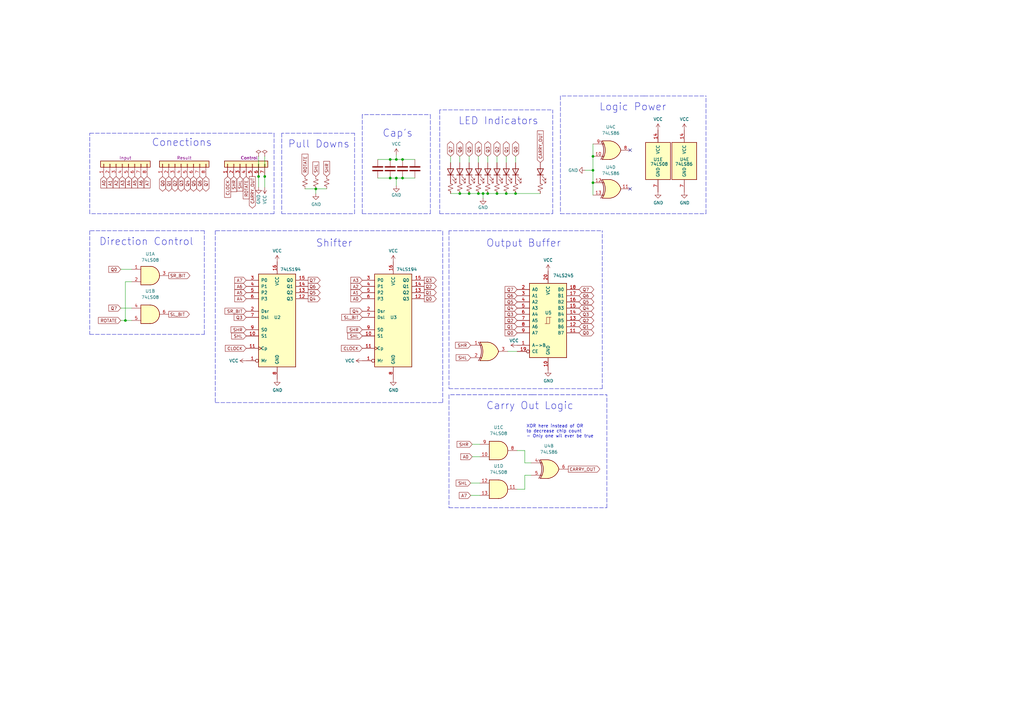
<source format=kicad_sch>
(kicad_sch (version 20211123) (generator eeschema)
  (paper "A3")
  (lib_symbols
    (symbol "74xx:74LS08" (pin_names (offset 1.016))
      (property "Reference" "U" (at 0 1.27 0))
      (property "Value" "74LS08" (at 0 -1.27 0))
      (symbol "74LS08_1_1"
        (arc (start 0 -3.81) (mid 3.81 0) (end 0 3.81) (stroke (width 0.254)) (fill (type background)))
        (polyline (pts (xy 0 3.81) (xy -3.81 3.81) (xy -3.81 -3.81) (xy 0 -3.81)) (stroke (width 0.254)) (fill (type background)))
        (pin input line (at -7.62 2.54 0) (length 3.81) (name "~") (number "1"))
        (pin input line (at -7.62 -2.54 0) (length 3.81) (name "~") (number "2"))
        (pin output line (at 7.62 0 180) (length 3.81) (name "~") (number "3"))
      )
      (symbol "74LS08_1_2"
        (arc (start -3.81 -3.81) (mid -2.589 0) (end -3.81 3.81) (stroke (width 0.254)))
        (arc (start -0.6096 -3.81) (mid 2.1855 -2.584) (end 3.81 0) (stroke (width 0.254)) (fill (type background)))
        (polyline (pts (xy -3.81 -3.81) (xy -0.635 -3.81)) (stroke (width 0.254)) (fill (type background)))
        (polyline (pts (xy -3.81 3.81) (xy -0.635 3.81)) (stroke (width 0.254)) (fill (type background)))
        (polyline (pts (xy -0.635 3.81) (xy -3.81 3.81) (xy -3.81 3.81) (xy -3.556 3.4036) (xy -3.0226 2.2606) (xy -2.6924 1.0414) (xy -2.6162 -0.254) (xy -2.7686 -1.4986) (xy -3.175 -2.7178) (xy -3.81 -3.81) (xy -3.81 -3.81) (xy -0.635 -3.81)) (stroke (width -25.4)) (fill (type background)))
        (arc (start 3.81 0) (mid 2.1928 2.5925) (end -0.6096 3.81) (stroke (width 0.254)) (fill (type background)))
        (pin input inverted (at -7.62 2.54 0) (length 4.318) (name "~") (number "1"))
        (pin input inverted (at -7.62 -2.54 0) (length 4.318) (name "~") (number "2"))
        (pin output inverted (at 7.62 0 180) (length 3.81) (name "~") (number "3"))
      )
      (symbol "74LS08_2_1"
        (arc (start 0 -3.81) (mid 3.81 0) (end 0 3.81) (stroke (width 0.254)) (fill (type background)))
        (polyline (pts (xy 0 3.81) (xy -3.81 3.81) (xy -3.81 -3.81) (xy 0 -3.81)) (stroke (width 0.254)) (fill (type background)))
        (pin input line (at -7.62 2.54 0) (length 3.81) (name "~") (number "4"))
        (pin input line (at -7.62 -2.54 0) (length 3.81) (name "~") (number "5"))
        (pin output line (at 7.62 0 180) (length 3.81) (name "~") (number "6"))
      )
      (symbol "74LS08_2_2"
        (arc (start -3.81 -3.81) (mid -2.589 0) (end -3.81 3.81) (stroke (width 0.254)))
        (arc (start -0.6096 -3.81) (mid 2.1855 -2.584) (end 3.81 0) (stroke (width 0.254)) (fill (type background)))
        (polyline (pts (xy -3.81 -3.81) (xy -0.635 -3.81)) (stroke (width 0.254)) (fill (type background)))
        (polyline (pts (xy -3.81 3.81) (xy -0.635 3.81)) (stroke (width 0.254)) (fill (type background)))
        (polyline (pts (xy -0.635 3.81) (xy -3.81 3.81) (xy -3.81 3.81) (xy -3.556 3.4036) (xy -3.0226 2.2606) (xy -2.6924 1.0414) (xy -2.6162 -0.254) (xy -2.7686 -1.4986) (xy -3.175 -2.7178) (xy -3.81 -3.81) (xy -3.81 -3.81) (xy -0.635 -3.81)) (stroke (width -25.4)) (fill (type background)))
        (arc (start 3.81 0) (mid 2.1928 2.5925) (end -0.6096 3.81) (stroke (width 0.254)) (fill (type background)))
        (pin input inverted (at -7.62 2.54 0) (length 4.318) (name "~") (number "4"))
        (pin input inverted (at -7.62 -2.54 0) (length 4.318) (name "~") (number "5"))
        (pin output inverted (at 7.62 0 180) (length 3.81) (name "~") (number "6"))
      )
      (symbol "74LS08_3_1"
        (arc (start 0 -3.81) (mid 3.81 0) (end 0 3.81) (stroke (width 0.254)) (fill (type background)))
        (polyline (pts (xy 0 3.81) (xy -3.81 3.81) (xy -3.81 -3.81) (xy 0 -3.81)) (stroke (width 0.254)) (fill (type background)))
        (pin input line (at -7.62 -2.54 0) (length 3.81) (name "~") (number "10"))
        (pin output line (at 7.62 0 180) (length 3.81) (name "~") (number "8"))
        (pin input line (at -7.62 2.54 0) (length 3.81) (name "~") (number "9"))
      )
      (symbol "74LS08_3_2"
        (arc (start -3.81 -3.81) (mid -2.589 0) (end -3.81 3.81) (stroke (width 0.254)))
        (arc (start -0.6096 -3.81) (mid 2.1855 -2.584) (end 3.81 0) (stroke (width 0.254)) (fill (type background)))
        (polyline (pts (xy -3.81 -3.81) (xy -0.635 -3.81)) (stroke (width 0.254)) (fill (type background)))
        (polyline (pts (xy -3.81 3.81) (xy -0.635 3.81)) (stroke (width 0.254)) (fill (type background)))
        (polyline (pts (xy -0.635 3.81) (xy -3.81 3.81) (xy -3.81 3.81) (xy -3.556 3.4036) (xy -3.0226 2.2606) (xy -2.6924 1.0414) (xy -2.6162 -0.254) (xy -2.7686 -1.4986) (xy -3.175 -2.7178) (xy -3.81 -3.81) (xy -3.81 -3.81) (xy -0.635 -3.81)) (stroke (width -25.4)) (fill (type background)))
        (arc (start 3.81 0) (mid 2.1928 2.5925) (end -0.6096 3.81) (stroke (width 0.254)) (fill (type background)))
        (pin input inverted (at -7.62 -2.54 0) (length 4.318) (name "~") (number "10"))
        (pin output inverted (at 7.62 0 180) (length 3.81) (name "~") (number "8"))
        (pin input inverted (at -7.62 2.54 0) (length 4.318) (name "~") (number "9"))
      )
      (symbol "74LS08_4_1"
        (arc (start 0 -3.81) (mid 3.81 0) (end 0 3.81) (stroke (width 0.254)) (fill (type background)))
        (polyline (pts (xy 0 3.81) (xy -3.81 3.81) (xy -3.81 -3.81) (xy 0 -3.81)) (stroke (width 0.254)) (fill (type background)))
        (pin output line (at 7.62 0 180) (length 3.81) (name "~") (number "11"))
        (pin input line (at -7.62 2.54 0) (length 3.81) (name "~") (number "12"))
        (pin input line (at -7.62 -2.54 0) (length 3.81) (name "~") (number "13"))
      )
      (symbol "74LS08_4_2"
        (arc (start -3.81 -3.81) (mid -2.589 0) (end -3.81 3.81) (stroke (width 0.254)))
        (arc (start -0.6096 -3.81) (mid 2.1855 -2.584) (end 3.81 0) (stroke (width 0.254)) (fill (type background)))
        (polyline (pts (xy -3.81 -3.81) (xy -0.635 -3.81)) (stroke (width 0.254)) (fill (type background)))
        (polyline (pts (xy -3.81 3.81) (xy -0.635 3.81)) (stroke (width 0.254)) (fill (type background)))
        (polyline (pts (xy -0.635 3.81) (xy -3.81 3.81) (xy -3.81 3.81) (xy -3.556 3.4036) (xy -3.0226 2.2606) (xy -2.6924 1.0414) (xy -2.6162 -0.254) (xy -2.7686 -1.4986) (xy -3.175 -2.7178) (xy -3.81 -3.81) (xy -3.81 -3.81) (xy -0.635 -3.81)) (stroke (width -25.4)) (fill (type background)))
        (arc (start 3.81 0) (mid 2.1928 2.5925) (end -0.6096 3.81) (stroke (width 0.254)) (fill (type background)))
        (pin output inverted (at 7.62 0 180) (length 3.81) (name "~") (number "11"))
        (pin input inverted (at -7.62 2.54 0) (length 4.318) (name "~") (number "12"))
        (pin input inverted (at -7.62 -2.54 0) (length 4.318) (name "~") (number "13"))
      )
      (symbol "74LS08_5_0"
        (pin power_in line (at 0 12.7 270) (length 5.08) (name "VCC") (number "14"))
        (pin power_in line (at 0 -12.7 90) (length 5.08) (name "GND") (number "7"))
      )
      (symbol "74LS08_5_1"
        (rectangle (start -5.08 7.62) (end 5.08 -7.62) (stroke (width 0.254)) (fill (type background)))
      )
    )
    (symbol "74xx:74LS194" (pin_names (offset 1.016))
      (property "Reference" "U" (at -7.62 19.05 0))
      (property "Value" "74LS194" (at -7.62 -21.59 0))
      (symbol "74LS194_1_0"
        (pin input inverted (at -12.7 -17.78 0) (length 5.08) (name "Mr") (number "1"))
        (pin input line (at -12.7 -7.62 0) (length 5.08) (name "S1") (number "10"))
        (pin input clock (at -12.7 -12.7 0) (length 5.08) (name "Cp") (number "11"))
        (pin output line (at 12.7 7.62 180) (length 5.08) (name "Q3") (number "12"))
        (pin output line (at 12.7 10.16 180) (length 5.08) (name "Q2") (number "13"))
        (pin output line (at 12.7 12.7 180) (length 5.08) (name "Q1") (number "14"))
        (pin output line (at 12.7 15.24 180) (length 5.08) (name "Q0") (number "15"))
        (pin power_in line (at 0 22.86 270) (length 5.08) (name "VCC") (number "16"))
        (pin input line (at -12.7 2.54 0) (length 5.08) (name "Dsr") (number "2"))
        (pin input line (at -12.7 15.24 0) (length 5.08) (name "P0") (number "3"))
        (pin input line (at -12.7 12.7 0) (length 5.08) (name "P1") (number "4"))
        (pin input line (at -12.7 10.16 0) (length 5.08) (name "P2") (number "5"))
        (pin input line (at -12.7 7.62 0) (length 5.08) (name "P3") (number "6"))
        (pin input line (at -12.7 0 0) (length 5.08) (name "Dsl") (number "7"))
        (pin power_in line (at 0 -25.4 90) (length 5.08) (name "GND") (number "8"))
        (pin input line (at -12.7 -5.08 0) (length 5.08) (name "S0") (number "9"))
      )
      (symbol "74LS194_1_1"
        (rectangle (start -7.62 17.78) (end 7.62 -20.32) (stroke (width 0.254)) (fill (type background)))
      )
    )
    (symbol "74xx:74LS245" (pin_names (offset 1.016))
      (property "Reference" "U" (at -7.62 16.51 0))
      (property "Value" "74LS245" (at -7.62 -16.51 0))
      (symbol "74LS245_1_0"
        (polyline (pts (xy -0.635 -1.27) (xy -0.635 1.27) (xy 0.635 1.27)))
        (polyline (pts (xy -1.27 -1.27) (xy 0.635 -1.27) (xy 0.635 1.27) (xy 1.27 1.27)))
        (pin input line (at -12.7 -10.16 0) (length 5.08) (name "A->B") (number "1"))
        (pin power_in line (at 0 -20.32 90) (length 5.08) (name "GND") (number "10"))
        (pin tri_state line (at 12.7 -5.08 180) (length 5.08) (name "B7") (number "11"))
        (pin tri_state line (at 12.7 -2.54 180) (length 5.08) (name "B6") (number "12"))
        (pin tri_state line (at 12.7 0 180) (length 5.08) (name "B5") (number "13"))
        (pin tri_state line (at 12.7 2.54 180) (length 5.08) (name "B4") (number "14"))
        (pin tri_state line (at 12.7 5.08 180) (length 5.08) (name "B3") (number "15"))
        (pin tri_state line (at 12.7 7.62 180) (length 5.08) (name "B2") (number "16"))
        (pin tri_state line (at 12.7 10.16 180) (length 5.08) (name "B1") (number "17"))
        (pin tri_state line (at 12.7 12.7 180) (length 5.08) (name "B0") (number "18"))
        (pin input inverted (at -12.7 -12.7 0) (length 5.08) (name "CE") (number "19"))
        (pin tri_state line (at -12.7 12.7 0) (length 5.08) (name "A0") (number "2"))
        (pin power_in line (at 0 20.32 270) (length 5.08) (name "VCC") (number "20"))
        (pin tri_state line (at -12.7 10.16 0) (length 5.08) (name "A1") (number "3"))
        (pin tri_state line (at -12.7 7.62 0) (length 5.08) (name "A2") (number "4"))
        (pin tri_state line (at -12.7 5.08 0) (length 5.08) (name "A3") (number "5"))
        (pin tri_state line (at -12.7 2.54 0) (length 5.08) (name "A4") (number "6"))
        (pin tri_state line (at -12.7 0 0) (length 5.08) (name "A5") (number "7"))
        (pin tri_state line (at -12.7 -2.54 0) (length 5.08) (name "A6") (number "8"))
        (pin tri_state line (at -12.7 -5.08 0) (length 5.08) (name "A7") (number "9"))
      )
      (symbol "74LS245_1_1"
        (rectangle (start -7.62 15.24) (end 7.62 -15.24) (stroke (width 0.254)) (fill (type background)))
      )
    )
    (symbol "74xx:74LS86" (pin_names (offset 1.016))
      (property "Reference" "U" (at 0 1.27 0))
      (property "Value" "74LS86" (at 0 -1.27 0))
      (symbol "74LS86_1_0"
        (arc (start -4.4196 -3.81) (mid -3.2033 0) (end -4.4196 3.81) (stroke (width 0.254)))
        (arc (start -3.81 -3.81) (mid -2.589 0) (end -3.81 3.81) (stroke (width 0.254)))
        (arc (start -0.6096 -3.81) (mid 2.1855 -2.584) (end 3.81 0) (stroke (width 0.254)) (fill (type background)))
        (polyline (pts (xy -3.81 -3.81) (xy -0.635 -3.81)) (stroke (width 0.254)) (fill (type background)))
        (polyline (pts (xy -3.81 3.81) (xy -0.635 3.81)) (stroke (width 0.254)) (fill (type background)))
        (polyline (pts (xy -0.635 3.81) (xy -3.81 3.81) (xy -3.81 3.81) (xy -3.556 3.4036) (xy -3.0226 2.2606) (xy -2.6924 1.0414) (xy -2.6162 -0.254) (xy -2.7686 -1.4986) (xy -3.175 -2.7178) (xy -3.81 -3.81) (xy -3.81 -3.81) (xy -0.635 -3.81)) (stroke (width -25.4)) (fill (type background)))
        (arc (start 3.81 0) (mid 2.1928 2.5925) (end -0.6096 3.81) (stroke (width 0.254)) (fill (type background)))
        (pin input line (at -7.62 2.54 0) (length 4.445) (name "~") (number "1"))
        (pin input line (at -7.62 -2.54 0) (length 4.445) (name "~") (number "2"))
        (pin output line (at 7.62 0 180) (length 3.81) (name "~") (number "3"))
      )
      (symbol "74LS86_1_1"
        (polyline (pts (xy -3.81 -2.54) (xy -3.175 -2.54)) (stroke (width 0.1524)))
        (polyline (pts (xy -3.81 2.54) (xy -3.175 2.54)) (stroke (width 0.1524)))
      )
      (symbol "74LS86_2_0"
        (arc (start -4.4196 -3.81) (mid -3.2033 0) (end -4.4196 3.81) (stroke (width 0.254)))
        (arc (start -3.81 -3.81) (mid -2.589 0) (end -3.81 3.81) (stroke (width 0.254)))
        (arc (start -0.6096 -3.81) (mid 2.1855 -2.584) (end 3.81 0) (stroke (width 0.254)) (fill (type background)))
        (polyline (pts (xy -3.81 -3.81) (xy -0.635 -3.81)) (stroke (width 0.254)) (fill (type background)))
        (polyline (pts (xy -3.81 3.81) (xy -0.635 3.81)) (stroke (width 0.254)) (fill (type background)))
        (polyline (pts (xy -0.635 3.81) (xy -3.81 3.81) (xy -3.81 3.81) (xy -3.556 3.4036) (xy -3.0226 2.2606) (xy -2.6924 1.0414) (xy -2.6162 -0.254) (xy -2.7686 -1.4986) (xy -3.175 -2.7178) (xy -3.81 -3.81) (xy -3.81 -3.81) (xy -0.635 -3.81)) (stroke (width -25.4)) (fill (type background)))
        (arc (start 3.81 0) (mid 2.1928 2.5925) (end -0.6096 3.81) (stroke (width 0.254)) (fill (type background)))
        (pin input line (at -7.62 2.54 0) (length 4.445) (name "~") (number "4"))
        (pin input line (at -7.62 -2.54 0) (length 4.445) (name "~") (number "5"))
        (pin output line (at 7.62 0 180) (length 3.81) (name "~") (number "6"))
      )
      (symbol "74LS86_2_1"
        (polyline (pts (xy -3.81 -2.54) (xy -3.175 -2.54)) (stroke (width 0.1524)))
        (polyline (pts (xy -3.81 2.54) (xy -3.175 2.54)) (stroke (width 0.1524)))
      )
      (symbol "74LS86_3_0"
        (arc (start -4.4196 -3.81) (mid -3.2033 0) (end -4.4196 3.81) (stroke (width 0.254)))
        (arc (start -3.81 -3.81) (mid -2.589 0) (end -3.81 3.81) (stroke (width 0.254)))
        (arc (start -0.6096 -3.81) (mid 2.1855 -2.584) (end 3.81 0) (stroke (width 0.254)) (fill (type background)))
        (polyline (pts (xy -3.81 -3.81) (xy -0.635 -3.81)) (stroke (width 0.254)) (fill (type background)))
        (polyline (pts (xy -3.81 3.81) (xy -0.635 3.81)) (stroke (width 0.254)) (fill (type background)))
        (polyline (pts (xy -0.635 3.81) (xy -3.81 3.81) (xy -3.81 3.81) (xy -3.556 3.4036) (xy -3.0226 2.2606) (xy -2.6924 1.0414) (xy -2.6162 -0.254) (xy -2.7686 -1.4986) (xy -3.175 -2.7178) (xy -3.81 -3.81) (xy -3.81 -3.81) (xy -0.635 -3.81)) (stroke (width -25.4)) (fill (type background)))
        (arc (start 3.81 0) (mid 2.1928 2.5925) (end -0.6096 3.81) (stroke (width 0.254)) (fill (type background)))
        (pin input line (at -7.62 -2.54 0) (length 4.445) (name "~") (number "10"))
        (pin output line (at 7.62 0 180) (length 3.81) (name "~") (number "8"))
        (pin input line (at -7.62 2.54 0) (length 4.445) (name "~") (number "9"))
      )
      (symbol "74LS86_3_1"
        (polyline (pts (xy -3.81 -2.54) (xy -3.175 -2.54)) (stroke (width 0.1524)))
        (polyline (pts (xy -3.81 2.54) (xy -3.175 2.54)) (stroke (width 0.1524)))
      )
      (symbol "74LS86_4_0"
        (arc (start -4.4196 -3.81) (mid -3.2033 0) (end -4.4196 3.81) (stroke (width 0.254)))
        (arc (start -3.81 -3.81) (mid -2.589 0) (end -3.81 3.81) (stroke (width 0.254)))
        (arc (start -0.6096 -3.81) (mid 2.1855 -2.584) (end 3.81 0) (stroke (width 0.254)) (fill (type background)))
        (polyline (pts (xy -3.81 -3.81) (xy -0.635 -3.81)) (stroke (width 0.254)) (fill (type background)))
        (polyline (pts (xy -3.81 3.81) (xy -0.635 3.81)) (stroke (width 0.254)) (fill (type background)))
        (polyline (pts (xy -0.635 3.81) (xy -3.81 3.81) (xy -3.81 3.81) (xy -3.556 3.4036) (xy -3.0226 2.2606) (xy -2.6924 1.0414) (xy -2.6162 -0.254) (xy -2.7686 -1.4986) (xy -3.175 -2.7178) (xy -3.81 -3.81) (xy -3.81 -3.81) (xy -0.635 -3.81)) (stroke (width -25.4)) (fill (type background)))
        (arc (start 3.81 0) (mid 2.1928 2.5925) (end -0.6096 3.81) (stroke (width 0.254)) (fill (type background)))
        (pin output line (at 7.62 0 180) (length 3.81) (name "~") (number "11"))
        (pin input line (at -7.62 2.54 0) (length 4.445) (name "~") (number "12"))
        (pin input line (at -7.62 -2.54 0) (length 4.445) (name "~") (number "13"))
      )
      (symbol "74LS86_4_1"
        (polyline (pts (xy -3.81 -2.54) (xy -3.175 -2.54)) (stroke (width 0.1524)))
        (polyline (pts (xy -3.81 2.54) (xy -3.175 2.54)) (stroke (width 0.1524)))
      )
      (symbol "74LS86_5_0"
        (pin power_in line (at 0 12.7 270) (length 5.08) (name "VCC") (number "14"))
        (pin power_in line (at 0 -12.7 90) (length 5.08) (name "GND") (number "7"))
      )
      (symbol "74LS86_5_1"
        (rectangle (start -5.08 7.62) (end 5.08 -7.62) (stroke (width 0.254)) (fill (type background)))
      )
    )
    (symbol "Connector_Generic:Conn_01x07" (pin_names (offset 1.016) hide)
      (property "Reference" "J" (at 0 10.16 0))
      (property "Value" "Conn_01x07" (at 0 -10.16 0))
      (symbol "Conn_01x07_1_1"
        (rectangle (start -1.27 -7.493) (end 0 -7.747) (stroke (width 0.1524)))
        (rectangle (start -1.27 -4.953) (end 0 -5.207) (stroke (width 0.1524)))
        (rectangle (start -1.27 -2.413) (end 0 -2.667) (stroke (width 0.1524)))
        (rectangle (start -1.27 0.127) (end 0 -0.127) (stroke (width 0.1524)))
        (rectangle (start -1.27 2.667) (end 0 2.413) (stroke (width 0.1524)))
        (rectangle (start -1.27 5.207) (end 0 4.953) (stroke (width 0.1524)))
        (rectangle (start -1.27 7.747) (end 0 7.493) (stroke (width 0.1524)))
        (rectangle (start -1.27 8.89) (end 1.27 -8.89) (stroke (width 0.254)) (fill (type background)))
        (pin passive line (at -5.08 7.62 0) (length 3.81) (name "Pin_1") (number "1"))
        (pin passive line (at -5.08 5.08 0) (length 3.81) (name "Pin_2") (number "2"))
        (pin passive line (at -5.08 2.54 0) (length 3.81) (name "Pin_3") (number "3"))
        (pin passive line (at -5.08 0 0) (length 3.81) (name "Pin_4") (number "4"))
        (pin passive line (at -5.08 -2.54 0) (length 3.81) (name "Pin_5") (number "5"))
        (pin passive line (at -5.08 -5.08 0) (length 3.81) (name "Pin_6") (number "6"))
        (pin passive line (at -5.08 -7.62 0) (length 3.81) (name "Pin_7") (number "7"))
      )
    )
    (symbol "Connector_Generic:Conn_01x08" (pin_names (offset 1.016) hide)
      (property "Reference" "J" (at 0 10.16 0))
      (property "Value" "Conn_01x08" (at 0 -12.7 0))
      (symbol "Conn_01x08_1_1"
        (rectangle (start -1.27 -10.033) (end 0 -10.287) (stroke (width 0.1524)))
        (rectangle (start -1.27 -7.493) (end 0 -7.747) (stroke (width 0.1524)))
        (rectangle (start -1.27 -4.953) (end 0 -5.207) (stroke (width 0.1524)))
        (rectangle (start -1.27 -2.413) (end 0 -2.667) (stroke (width 0.1524)))
        (rectangle (start -1.27 0.127) (end 0 -0.127) (stroke (width 0.1524)))
        (rectangle (start -1.27 2.667) (end 0 2.413) (stroke (width 0.1524)))
        (rectangle (start -1.27 5.207) (end 0 4.953) (stroke (width 0.1524)))
        (rectangle (start -1.27 7.747) (end 0 7.493) (stroke (width 0.1524)))
        (rectangle (start -1.27 8.89) (end 1.27 -11.43) (stroke (width 0.254)) (fill (type background)))
        (pin passive line (at -5.08 7.62 0) (length 3.81) (name "Pin_1") (number "1"))
        (pin passive line (at -5.08 5.08 0) (length 3.81) (name "Pin_2") (number "2"))
        (pin passive line (at -5.08 2.54 0) (length 3.81) (name "Pin_3") (number "3"))
        (pin passive line (at -5.08 0 0) (length 3.81) (name "Pin_4") (number "4"))
        (pin passive line (at -5.08 -2.54 0) (length 3.81) (name "Pin_5") (number "5"))
        (pin passive line (at -5.08 -5.08 0) (length 3.81) (name "Pin_6") (number "6"))
        (pin passive line (at -5.08 -7.62 0) (length 3.81) (name "Pin_7") (number "7"))
        (pin passive line (at -5.08 -10.16 0) (length 3.81) (name "Pin_8") (number "8"))
      )
    )
    (symbol "Device:C" (pin_numbers hide) (pin_names (offset 0.254))
      (property "Reference" "C" (at 0.635 2.54 0))
      (property "Value" "C" (at 0.635 -2.54 0))
      (symbol "C_0_1"
        (polyline (pts (xy -2.032 -0.762) (xy 2.032 -0.762)) (stroke (width 0.508)))
        (polyline (pts (xy -2.032 0.762) (xy 2.032 0.762)) (stroke (width 0.508)))
      )
      (symbol "C_1_1"
        (pin passive line (at 0 3.81 270) (length 2.794) (name "~") (number "1"))
        (pin passive line (at 0 -3.81 90) (length 2.794) (name "~") (number "2"))
      )
    )
    (symbol "Device:LED" (pin_numbers hide) (pin_names (offset 1.016) hide)
      (property "Reference" "D" (at 0 2.54 0))
      (property "Value" "LED" (at 0 -2.54 0))
      (symbol "LED_0_1"
        (polyline (pts (xy -1.27 -1.27) (xy -1.27 1.27)) (stroke (width 0.254)))
        (polyline (pts (xy -1.27 0) (xy 1.27 0)))
        (polyline (pts (xy 1.27 -1.27) (xy 1.27 1.27) (xy -1.27 0) (xy 1.27 -1.27)) (stroke (width 0.254)))
        (polyline (pts (xy -3.048 -0.762) (xy -4.572 -2.286) (xy -3.81 -2.286) (xy -4.572 -2.286) (xy -4.572 -1.524)))
        (polyline (pts (xy -1.778 -0.762) (xy -3.302 -2.286) (xy -2.54 -2.286) (xy -3.302 -2.286) (xy -3.302 -1.524)))
      )
      (symbol "LED_1_1"
        (pin passive line (at -3.81 0 0) (length 2.54) (name "K") (number "1"))
        (pin passive line (at 3.81 0 180) (length 2.54) (name "A") (number "2"))
      )
    )
    (symbol "Device:R_Small_US" (pin_numbers hide) (pin_names (offset 0.254) hide)
      (property "Reference" "R" (at 0.762 0.508 0))
      (property "Value" "R_Small_US" (at 0.762 -1.016 0))
      (symbol "R_Small_US_1_1"
        (polyline (pts (xy 0 0) (xy 1.016 -0.381) (xy 0 -0.762) (xy -1.016 -1.143) (xy 0 -1.524)))
        (polyline (pts (xy 0 1.524) (xy 1.016 1.143) (xy 0 0.762) (xy -1.016 0.381) (xy 0 0)))
        (pin passive line (at 0 2.54 270) (length 1.016) (name "~") (number "1"))
        (pin passive line (at 0 -2.54 90) (length 1.016) (name "~") (number "2"))
      )
    )
    (symbol "power:GND" (power) (pin_names (offset 0))
      (property "Value" "GND" (at 0 -3.81 0))
      (symbol "GND_0_1"
        (polyline (pts (xy 0 0) (xy 0 -1.27) (xy 1.27 -1.27) (xy 0 -2.54) (xy -1.27 -1.27) (xy 0 -1.27)))
      )
      (symbol "GND_1_1"
        (pin power_in line (at 0 0 270) (length 0) hide (name "GND") (number "1"))
      )
    )
    (symbol "power:PWR_FLAG" (power) (pin_numbers hide) (pin_names (offset 0) hide)
      (property "Value" "PWR_FLAG" (at 0 3.81 0))
      (symbol "PWR_FLAG_0_0"
        (pin power_out line (at 0 0 90) (length 0) (name "pwr") (number "1"))
      )
      (symbol "PWR_FLAG_0_1"
        (polyline (pts (xy 0 0) (xy 0 1.27) (xy -1.016 1.905) (xy 0 2.54) (xy 1.016 1.905) (xy 0 1.27)))
      )
    )
    (symbol "power:VCC" (power) (pin_names (offset 0))
      (property "Value" "VCC" (at 0 3.81 0))
      (symbol "VCC_0_1"
        (polyline (pts (xy -0.762 1.27) (xy 0 2.54)))
        (polyline (pts (xy 0 0) (xy 0 2.54)))
        (polyline (pts (xy 0 2.54) (xy 0.762 1.27)))
      )
      (symbol "VCC_1_1"
        (pin power_in line (at 0 0 90) (length 0) hide (name "VCC") (number "1"))
      )
    )
  )
  (junction (at 243.205 74.93))
  (junction (at 162.56 65.405))
  (junction (at 162.56 73.025))
  (junction (at 51.435 131.445))
  (junction (at 243.205 69.85))
  (junction (at 211.455 79.375))
  (junction (at 129.54 77.47))
  (junction (at 203.835 79.375))
  (junction (at 196.215 79.375))
  (junction (at 243.205 64.135))
  (junction (at 192.405 79.375))
  (junction (at 165.1 73.025))
  (junction (at 165.1 65.405))
  (junction (at 200.025 79.375))
  (junction (at 160.02 65.405))
  (junction (at 207.645 79.375))
  (junction (at 160.02 73.025))
  (junction (at 198.12 79.375))
  (junction (at 106.045 72.39))
  (junction (at 108.585 72.39))
  (junction (at 188.595 79.375))
  (no_connect (at 258.445 61.595))
  (no_connect (at 258.445 77.47))
  (polyline (pts (xy 248.92 208.28) (xy 248.92 161.925)))
  (wire (pts (xy 215.265 194.945) (xy 217.805 194.945)))
  (wire (pts (xy 198.12 79.375) (xy 198.12 81.28)))
  (wire (pts (xy 49.53 126.365) (xy 53.975 126.365)))
  (wire (pts (xy 211.455 79.375) (xy 221.615 79.375)))
  (wire (pts (xy 162.56 63.5) (xy 162.56 65.405)))
  (wire (pts (xy 188.595 79.375) (xy 192.405 79.375)))
  (polyline (pts (xy 135.89 94.615) (xy 88.265 94.615)))
  (polyline (pts (xy 115.57 54.61) (xy 115.57 87.63)))
  (polyline (pts (xy 180.34 45.085) (xy 180.34 87.63)))
  (polyline (pts (xy 130.175 54.61) (xy 145.415 54.61)))
  (polyline (pts (xy 162.56 46.99) (xy 176.53 46.99)))
  (polyline (pts (xy 203.835 45.085) (xy 226.695 45.085)))
  (wire (pts (xy 243.205 69.85) (xy 243.205 74.93)))
  (wire (pts (xy 203.835 79.375) (xy 207.645 79.375)))
  (polyline (pts (xy 162.56 46.99) (xy 148.59 46.99)))
  (polyline (pts (xy 88.265 94.615) (xy 88.265 165.1)))
  (wire (pts (xy 129.54 77.47) (xy 129.54 79.375)))
  (wire (pts (xy 198.12 79.375) (xy 200.025 79.375)))
  (wire (pts (xy 196.215 64.135) (xy 196.215 66.675)))
  (wire (pts (xy 162.56 65.405) (xy 165.1 65.405)))
  (wire (pts (xy 215.265 184.785) (xy 212.09 184.785)))
  (polyline (pts (xy 229.87 87.63) (xy 289.56 87.63)))
  (polyline (pts (xy 61.595 94.615) (xy 36.83 94.615)))
  (wire (pts (xy 160.02 73.025) (xy 154.94 73.025)))
  (wire (pts (xy 184.785 79.375) (xy 188.595 79.375)))
  (polyline (pts (xy 145.415 87.63) (xy 145.415 54.61)))
  (wire (pts (xy 208.28 144.145) (xy 212.09 144.145)))
  (wire (pts (xy 243.205 64.135) (xy 243.205 69.85)))
  (polyline (pts (xy 218.44 161.925) (xy 248.92 161.925)))
  (polyline (pts (xy 184.15 94.615) (xy 184.15 159.385)))
  (wire (pts (xy 51.435 115.57) (xy 53.975 115.57)))
  (wire (pts (xy 125.095 77.47) (xy 129.54 77.47)))
  (wire (pts (xy 203.835 64.135) (xy 203.835 66.675)))
  (wire (pts (xy 188.595 64.135) (xy 188.595 66.675)))
  (polyline (pts (xy 184.15 208.28) (xy 248.92 208.28)))
  (polyline (pts (xy 247.015 159.385) (xy 247.015 94.615)))
  (polyline (pts (xy 112.395 54.61) (xy 112.395 87.63)))
  (polyline (pts (xy 184.15 161.925) (xy 184.15 208.28)))
  (wire (pts (xy 162.56 73.025) (xy 160.02 73.025)))
  (wire (pts (xy 215.265 189.865) (xy 215.265 184.785)))
  (wire (pts (xy 196.215 79.375) (xy 198.12 79.375)))
  (wire (pts (xy 193.675 182.245) (xy 196.85 182.245)))
  (polyline (pts (xy 229.87 39.37) (xy 229.87 87.63)))
  (wire (pts (xy 106.045 72.39) (xy 106.045 76.835)))
  (polyline (pts (xy 226.695 87.63) (xy 226.695 45.085)))
  (wire (pts (xy 243.205 74.93) (xy 243.205 80.01)))
  (wire (pts (xy 129.54 77.47) (xy 133.985 77.47)))
  (polyline (pts (xy 148.59 46.99) (xy 148.59 87.63)))
  (polyline (pts (xy 148.59 87.63) (xy 176.53 87.63)))
  (polyline (pts (xy 203.835 45.085) (xy 180.34 45.085)))
  (wire (pts (xy 51.435 131.445) (xy 51.435 115.57)))
  (polyline (pts (xy 130.175 54.61) (xy 115.57 54.61)))
  (wire (pts (xy 192.405 64.135) (xy 192.405 66.675)))
  (wire (pts (xy 51.435 131.445) (xy 53.975 131.445)))
  (polyline (pts (xy 218.44 161.925) (xy 184.15 161.925)))
  (wire (pts (xy 165.1 73.025) (xy 162.56 73.025)))
  (wire (pts (xy 207.645 79.375) (xy 211.455 79.375)))
  (wire (pts (xy 193.04 203.2) (xy 196.85 203.2)))
  (polyline (pts (xy 135.89 94.615) (xy 181.61 94.615)))
  (wire (pts (xy 193.04 198.12) (xy 196.85 198.12)))
  (wire (pts (xy 165.1 65.405) (xy 170.18 65.405)))
  (polyline (pts (xy 61.595 94.615) (xy 83.82 94.615)))
  (wire (pts (xy 240.03 69.85) (xy 243.205 69.85)))
  (wire (pts (xy 211.455 64.135) (xy 211.455 66.675)))
  (wire (pts (xy 162.56 73.025) (xy 162.56 76.2)))
  (wire (pts (xy 212.09 200.66) (xy 215.265 200.66)))
  (wire (pts (xy 160.02 65.405) (xy 154.94 65.405)))
  (wire (pts (xy 170.18 73.025) (xy 165.1 73.025)))
  (wire (pts (xy 200.025 64.135) (xy 200.025 66.675)))
  (wire (pts (xy 108.585 64.135) (xy 108.585 72.39)))
  (wire (pts (xy 217.805 189.865) (xy 215.265 189.865)))
  (polyline (pts (xy 264.16 39.37) (xy 289.56 39.37)))
  (polyline (pts (xy 176.53 87.63) (xy 176.53 46.99)))
  (wire (pts (xy 193.675 187.325) (xy 196.85 187.325)))
  (polyline (pts (xy 224.155 94.615) (xy 247.015 94.615)))
  (polyline (pts (xy 180.34 87.63) (xy 226.695 87.63)))
  (wire (pts (xy 207.645 64.135) (xy 207.645 66.675)))
  (polyline (pts (xy 224.155 94.615) (xy 184.15 94.615)))
  (wire (pts (xy 200.025 79.375) (xy 203.835 79.375)))
  (polyline (pts (xy 88.265 165.1) (xy 181.61 165.1)))
  (wire (pts (xy 184.785 64.135) (xy 184.785 66.675)))
  (polyline (pts (xy 36.83 137.16) (xy 83.82 137.16)))
  (polyline (pts (xy 181.61 165.1) (xy 181.61 94.615)))
  (wire (pts (xy 49.53 110.49) (xy 53.975 110.49)))
  (wire (pts (xy 108.585 72.39) (xy 108.585 76.835)))
  (wire (pts (xy 192.405 79.375) (xy 196.215 79.375)))
  (polyline (pts (xy 264.16 39.37) (xy 229.87 39.37)))
  (polyline (pts (xy 112.395 87.63) (xy 36.83 87.63)))
  (polyline (pts (xy 83.82 137.16) (xy 83.82 94.615)))
  (polyline (pts (xy 36.83 87.63) (xy 36.83 54.61)))
  (wire (pts (xy 215.265 200.66) (xy 215.265 194.945)))
  (polyline (pts (xy 36.83 94.615) (xy 36.83 137.16)))
  (polyline (pts (xy 115.57 87.63) (xy 145.415 87.63)))
  (wire (pts (xy 243.205 64.135) (xy 243.205 59.055)))
  (wire (pts (xy 106.045 64.135) (xy 106.045 72.39)))
  (polyline (pts (xy 36.83 54.61) (xy 112.395 54.61)))
  (polyline (pts (xy 289.56 87.63) (xy 289.56 39.37)))
  (wire (pts (xy 162.56 65.405) (xy 160.02 65.405)))
  (polyline (pts (xy 184.15 159.385) (xy 247.015 159.385)))
  (wire (pts (xy 49.53 131.445) (xy 51.435 131.445)))
  (text "Cap's" (at 156.845 56.515 0) (effects (font (size 3 3)) (justify left bottom)))
  (text "Shifter" (at 129.54 101.6 0) (effects (font (size 3 3)) (justify left bottom)))
  (text "Output Buffer" (at 199.39 101.6 0) (effects (font (size 3 3)) (justify left bottom)))
  (text "Direction Control" (at 40.64 100.965 0) (effects (font (size 3 3)) (justify left bottom)))
  (text "Carry Out Logic" (at 199.39 168.275 0) (effects (font (size 3 3)) (justify left bottom)))
  (text "XOR here instead of OR\nto decrease chip count\n- Only one wil ever be true" (at 215.9 179.705 0) (effects (font (size 1.27 1.27)) (justify left bottom)))
  (text "Conections" (at 62.23 60.325 0) (effects (font (size 3 3)) (justify left bottom)))
  (text "LED Indicators" (at 187.96 51.435 0) (effects (font (size 3 3)) (justify left bottom)))
  (text "Logic Power" (at 245.745 45.72 0) (effects (font (size 3 3)) (justify left bottom)))
  (text "Pull Downs" (at 118.11 60.96 0) (effects (font (size 3 3)) (justify left bottom)))
  (global_label "Q7" (shape tri_state) (at 237.49 118.745 0) (property "Intersheet References" "${INTERSHEET_REFS}" (effects hide)))
  (global_label "Q3" (shape input) (at 212.09 128.905 180) (property "Intersheet References" "${INTERSHEET_REFS}" (effects hide)))
  (global_label "Q3" (shape tri_state) (at 237.49 128.905 0) (property "Intersheet References" "${INTERSHEET_REFS}" (effects hide)))
  (global_label "Q3" (shape tri_state) (at 74.295 72.39 270) (property "Intersheet References" "${INTERSHEET_REFS}" (effects hide)))
  (global_label "SHL" (shape input) (at 98.425 72.39 270) (property "Intersheet References" "${INTERSHEET_REFS}" (effects hide)))
  (global_label "ROTATE" (shape input) (at 49.53 131.445 180) (property "Intersheet References" "${INTERSHEET_REFS}" (effects hide)))
  (global_label "Q6" (shape output) (at 126.365 117.475 0) (property "Intersheet References" "${INTERSHEET_REFS}" (effects hide)))
  (global_label "Q0" (shape tri_state) (at 66.675 72.39 270) (property "Intersheet References" "${INTERSHEET_REFS}" (effects hide)))
  (global_label "Q6" (shape tri_state) (at 81.915 72.39 270) (property "Intersheet References" "${INTERSHEET_REFS}" (effects hide)))
  (global_label "Q0" (shape input) (at 212.09 136.525 180) (property "Intersheet References" "${INTERSHEET_REFS}" (effects hide)))
  (global_label "A2" (shape input) (at 148.59 117.475 180) (property "Intersheet References" "${INTERSHEET_REFS}" (effects hide)))
  (global_label "SHL" (shape input) (at 129.54 72.39 90) (property "Intersheet References" "${INTERSHEET_REFS}" (effects hide)))
  (global_label "A1" (shape input) (at 148.59 120.015 180) (property "Intersheet References" "${INTERSHEET_REFS}" (effects hide)))
  (global_label "Q2" (shape input) (at 212.09 131.445 180) (property "Intersheet References" "${INTERSHEET_REFS}" (effects hide)))
  (global_label "A4" (shape input) (at 100.965 122.555 180) (property "Intersheet References" "${INTERSHEET_REFS}" (effects hide)))
  (global_label "Q5" (shape input) (at 212.09 123.825 180) (property "Intersheet References" "${INTERSHEET_REFS}" (effects hide)))
  (global_label "CLOCK" (shape input) (at 100.965 142.875 180) (property "Intersheet References" "${INTERSHEET_REFS}" (effects hide)))
  (global_label "A6" (shape input) (at 57.785 72.39 270) (property "Intersheet References" "${INTERSHEET_REFS}" (effects hide)))
  (global_label "Q4" (shape tri_state) (at 196.215 64.135 90) (property "Intersheet References" "${INTERSHEET_REFS}" (effects hide)))
  (global_label "Q5" (shape tri_state) (at 237.49 123.825 0) (property "Intersheet References" "${INTERSHEET_REFS}" (effects hide)))
  (global_label "A6" (shape input) (at 100.965 117.475 180) (property "Intersheet References" "${INTERSHEET_REFS}" (effects hide)))
  (global_label "ROTATE" (shape input) (at 125.095 72.39 90) (property "Intersheet References" "${INTERSHEET_REFS}" (effects hide)))
  (global_label "Q1" (shape output) (at 173.99 120.015 0) (property "Intersheet References" "${INTERSHEET_REFS}" (effects hide)))
  (global_label "CARRY_OUT" (shape output) (at 103.505 72.39 270) (property "Intersheet References" "${INTERSHEET_REFS}" (effects hide)))
  (global_label "A5" (shape input) (at 100.965 120.015 180) (property "Intersheet References" "${INTERSHEET_REFS}" (effects hide)))
  (global_label "Q1" (shape tri_state) (at 237.49 133.985 0) (property "Intersheet References" "${INTERSHEET_REFS}" (effects hide)))
  (global_label "Q7" (shape input) (at 49.53 126.365 180) (property "Intersheet References" "${INTERSHEET_REFS}" (effects hide)))
  (global_label "Q5" (shape tri_state) (at 192.405 64.135 90) (property "Intersheet References" "${INTERSHEET_REFS}" (effects hide)))
  (global_label "Q2" (shape tri_state) (at 71.755 72.39 270) (property "Intersheet References" "${INTERSHEET_REFS}" (effects hide)))
  (global_label "A7" (shape input) (at 100.965 114.935 180) (property "Intersheet References" "${INTERSHEET_REFS}" (effects hide)))
  (global_label "Q7" (shape tri_state) (at 84.455 72.39 270) (property "Intersheet References" "${INTERSHEET_REFS}" (effects hide)))
  (global_label "Q0" (shape tri_state) (at 237.49 136.525 0) (property "Intersheet References" "${INTERSHEET_REFS}" (effects hide)))
  (global_label "Q7" (shape output) (at 126.365 114.935 0) (property "Intersheet References" "${INTERSHEET_REFS}" (effects hide)))
  (global_label "A3" (shape input) (at 148.59 114.935 180) (property "Intersheet References" "${INTERSHEET_REFS}" (effects hide)))
  (global_label "CLOCK" (shape input) (at 93.345 72.39 270) (property "Intersheet References" "${INTERSHEET_REFS}" (effects hide)))
  (global_label "A0" (shape input) (at 193.675 187.325 180) (property "Intersheet References" "${INTERSHEET_REFS}" (effects hide)))
  (global_label "A1" (shape input) (at 45.085 72.39 270) (property "Intersheet References" "${INTERSHEET_REFS}" (effects hide)))
  (global_label "Q4" (shape tri_state) (at 237.49 126.365 0) (property "Intersheet References" "${INTERSHEET_REFS}" (effects hide)))
  (global_label "CARRY_OUT" (shape output) (at 233.045 192.405 0) (property "Intersheet References" "${INTERSHEET_REFS}" (effects hide)))
  (global_label "A2" (shape input) (at 47.625 72.39 270) (property "Intersheet References" "${INTERSHEET_REFS}" (effects hide)))
  (global_label "Q3" (shape input) (at 100.965 130.175 180) (property "Intersheet References" "${INTERSHEET_REFS}" (effects hide)))
  (global_label "Q5" (shape tri_state) (at 79.375 72.39 270) (property "Intersheet References" "${INTERSHEET_REFS}" (effects hide)))
  (global_label "Q2" (shape tri_state) (at 203.835 64.135 90) (property "Intersheet References" "${INTERSHEET_REFS}" (effects hide)))
  (global_label "SL_BIT" (shape input) (at 148.59 130.175 180) (property "Intersheet References" "${INTERSHEET_REFS}" (effects hide)))
  (global_label "A5" (shape input) (at 55.245 72.39 270) (property "Intersheet References" "${INTERSHEET_REFS}" (effects hide)))
  (global_label "SHR" (shape input) (at 148.59 135.255 180) (property "Intersheet References" "${INTERSHEET_REFS}" (effects hide)))
  (global_label "Q0" (shape output) (at 173.99 122.555 0) (property "Intersheet References" "${INTERSHEET_REFS}" (effects hide)))
  (global_label "Q6" (shape input) (at 212.09 121.285 180) (property "Intersheet References" "${INTERSHEET_REFS}" (effects hide)))
  (global_label "SHR" (shape input) (at 95.885 72.39 270) (property "Intersheet References" "${INTERSHEET_REFS}" (effects hide)))
  (global_label "Q5" (shape output) (at 126.365 120.015 0) (property "Intersheet References" "${INTERSHEET_REFS}" (effects hide)))
  (global_label "SR_BIT" (shape output) (at 69.215 113.03 0) (property "Intersheet References" "${INTERSHEET_REFS}" (effects hide)))
  (global_label "A0" (shape input) (at 42.545 72.39 270) (property "Intersheet References" "${INTERSHEET_REFS}" (effects hide)))
  (global_label "A3" (shape input) (at 50.165 72.39 270) (property "Intersheet References" "${INTERSHEET_REFS}" (effects hide)))
  (global_label "A4" (shape input) (at 52.705 72.39 270) (property "Intersheet References" "${INTERSHEET_REFS}" (effects hide)))
  (global_label "Q3" (shape tri_state) (at 200.025 64.135 90) (property "Intersheet References" "${INTERSHEET_REFS}" (effects hide)))
  (global_label "Q4" (shape output) (at 126.365 122.555 0) (property "Intersheet References" "${INTERSHEET_REFS}" (effects hide)))
  (global_label "Q0" (shape tri_state) (at 211.455 64.135 90) (property "Intersheet References" "${INTERSHEET_REFS}" (effects hide)))
  (global_label "Q1" (shape tri_state) (at 69.215 72.39 270) (property "Intersheet References" "${INTERSHEET_REFS}" (effects hide)))
  (global_label "A7" (shape input) (at 193.04 203.2 180) (property "Intersheet References" "${INTERSHEET_REFS}" (effects hide)))
  (global_label "SHL" (shape input) (at 193.04 146.685 180) (property "Intersheet References" "${INTERSHEET_REFS}" (effects hide)))
  (global_label "Q2" (shape output) (at 173.99 117.475 0) (property "Intersheet References" "${INTERSHEET_REFS}" (effects hide)))
  (global_label "SR_BIT" (shape input) (at 100.965 127.635 180) (property "Intersheet References" "${INTERSHEET_REFS}" (effects hide)))
  (global_label "Q1" (shape tri_state) (at 207.645 64.135 90) (property "Intersheet References" "${INTERSHEET_REFS}" (effects hide)))
  (global_label "Q0" (shape input) (at 49.53 110.49 180) (property "Intersheet References" "${INTERSHEET_REFS}" (effects hide)))
  (global_label "CARRY_OUT" (shape input) (at 221.615 66.675 90) (property "Intersheet References" "${INTERSHEET_REFS}" (effects hide)))
  (global_label "SHL" (shape input) (at 100.965 137.795 180) (property "Intersheet References" "${INTERSHEET_REFS}" (effects hide)))
  (global_label "Q4" (shape input) (at 212.09 126.365 180) (property "Intersheet References" "${INTERSHEET_REFS}" (effects hide)))
  (global_label "SHL" (shape input) (at 148.59 137.795 180) (property "Intersheet References" "${INTERSHEET_REFS}" (effects hide)))
  (global_label "Q3" (shape output) (at 173.99 114.935 0) (property "Intersheet References" "${INTERSHEET_REFS}" (effects hide)))
  (global_label "SL_BIT" (shape output) (at 69.215 128.905 0) (property "Intersheet References" "${INTERSHEET_REFS}" (effects hide)))
  (global_label "Q4" (shape input) (at 148.59 127.635 180) (property "Intersheet References" "${INTERSHEET_REFS}" (effects hide)))
  (global_label "SHR" (shape input) (at 100.965 135.255 180) (property "Intersheet References" "${INTERSHEET_REFS}" (effects hide)))
  (global_label "Q7" (shape input) (at 212.09 118.745 180) (property "Intersheet References" "${INTERSHEET_REFS}" (effects hide)))
  (global_label "SHR" (shape input) (at 193.04 141.605 180) (property "Intersheet References" "${INTERSHEET_REFS}" (effects hide)))
  (global_label "Q7" (shape tri_state) (at 184.785 64.135 90) (property "Intersheet References" "${INTERSHEET_REFS}" (effects hide)))
  (global_label "SHR" (shape input) (at 193.675 182.245 180) (property "Intersheet References" "${INTERSHEET_REFS}" (effects hide)))
  (global_label "Q1" (shape input) (at 212.09 133.985 180) (property "Intersheet References" "${INTERSHEET_REFS}" (effects hide)))
  (global_label "Q4" (shape tri_state) (at 76.835 72.39 270) (property "Intersheet References" "${INTERSHEET_REFS}" (effects hide)))
  (global_label "A7" (shape input) (at 60.325 72.39 270) (property "Intersheet References" "${INTERSHEET_REFS}" (effects hide)))
  (global_label "Q2" (shape tri_state) (at 237.49 131.445 0) (property "Intersheet References" "${INTERSHEET_REFS}" (effects hide)))
  (global_label "SHR" (shape input) (at 133.985 72.39 90) (property "Intersheet References" "${INTERSHEET_REFS}" (effects hide)))
  (global_label "A0" (shape input) (at 148.59 122.555 180) (property "Intersheet References" "${INTERSHEET_REFS}" (effects hide)))
  (global_label "Q6" (shape tri_state) (at 237.49 121.285 0) (property "Intersheet References" "${INTERSHEET_REFS}" (effects hide)))
  (global_label "SHL" (shape input) (at 193.04 198.12 180) (property "Intersheet References" "${INTERSHEET_REFS}" (effects hide)))
  (global_label "Q6" (shape tri_state) (at 188.595 64.135 90) (property "Intersheet References" "${INTERSHEET_REFS}" (effects hide)))
  (global_label "ROTATE" (shape input) (at 100.965 72.39 270) (property "Intersheet References" "${INTERSHEET_REFS}" (effects hide)))
  (global_label "CLOCK" (shape input) (at 148.59 142.875 180) (property "Intersheet References" "${INTERSHEET_REFS}" (effects hide)))
  (symbol (lib_id "Device:C") (at 160.02 69.215 180) (unit 1)
    (property "Reference" "C?" (effects hide))
    (property "Value" "C" (effects hide))
    (property "Footprint" "Capacitor_SMD:C_0805_2012Metric" (effects hide))
  )
  (symbol (lib_id "power:GND") (at 269.875 78.74 0) (unit 1)
    (property "Reference" "#PWR0113" (effects hide))
    (property "Value" "GND" (at 267.97 83.185 0) (effects (justify left)))
  )
  (symbol (lib_id "Device:LED") (at 192.405 70.485 90) (unit 1)
    (property "Reference" "D3" (effects hide))
    (property "Value" "LED" (effects hide))
    (property "Footprint" "LED_SMD:LED_0805_2012Metric" (effects hide))
  )
  (symbol (lib_id "74xx:74LS86") (at 200.66 144.145 0) (unit 1)
    (property "Reference" "U4" (effects hide))
    (property "Value" "74LS86" (effects hide))
    (property "Footprint" "Package_SO:TSSOP-14_4.4x5mm_P0.65mm" (effects hide))
    (property "Datasheet" "74xx/74ls86.pdf" (effects hide))
  )
  (symbol (lib_id "74xx:74LS08") (at 61.595 128.905 0) (unit 2)
    (property "Reference" "U1" (at 61.595 119.38 0))
    (property "Value" "74LS08" (at 61.595 121.92 0))
    (property "Footprint" "Package_SO:TSSOP-14_4.4x5mm_P0.65mm" (effects hide))
    (property "Datasheet" "http://www.ti.com/lit/gpn/sn74LS08" (effects hide))
  )
  (symbol (lib_id "Connector_Generic:Conn_01x07") (at 100.965 67.31 90) (unit 1)
    (property "Reference" "J3" (effects hide))
    (property "Value" "Conn_01x07" (effects hide))
    (property "Footprint" "Connector_PinHeader_2.54mm:PinHeader_1x07_P2.54mm_Vertical" (effects hide))
    (property "Field4" "Control" (at 102.235 64.77 90))
  )
  (symbol (lib_id "Device:R_Small_US") (at 133.985 74.93 0) (unit 1)
    (property "Reference" "R?" (effects hide))
    (property "Value" "R_Small_US" (effects hide))
    (property "Footprint" "Resistor_SMD:R_0805_2012Metric" (effects hide))
  )
  (symbol (lib_id "power:VCC") (at 108.585 76.835 0) (mirror x) (unit 1)
    (property "Reference" "#PWR0110" (effects hide))
    (property "Value" "VCC" (at 108.585 83.82 90) (effects (justify right)))
  )
  (symbol (lib_id "Device:R_Small_US") (at 196.215 76.835 0) (unit 1)
    (property "Reference" "R4" (effects hide))
    (property "Value" "R_Small_US" (effects hide))
    (property "Footprint" "Resistor_SMD:R_0805_2012Metric" (effects hide))
  )
  (symbol (lib_id "Device:LED") (at 188.595 70.485 90) (unit 1)
    (property "Reference" "D2" (effects hide))
    (property "Value" "LED" (effects hide))
    (property "Footprint" "LED_SMD:LED_0805_2012Metric" (effects hide))
  )
  (symbol (lib_id "power:PWR_FLAG") (at 106.045 64.135 0) (unit 1)
    (property "Reference" "#FLG0102" (effects hide))
    (property "Value" "PWR_FLAG" (effects hide))
  )
  (symbol (lib_id "power:VCC") (at 100.965 147.955 90) (mirror x) (unit 1)
    (property "Reference" "#PWR0104" (effects hide))
    (property "Value" "VCC" (at 93.98 147.955 90) (effects (justify right)))
  )
  (symbol (lib_id "power:GND") (at 113.665 155.575 0) (unit 1)
    (property "Reference" "#PWR0105" (effects hide))
    (property "Value" "GND" (at 111.76 160.02 0) (effects (justify left)))
  )
  (symbol (lib_id "power:GND") (at 129.54 79.375 0) (unit 1)
    (property "Reference" "#PWR?" (effects hide))
    (property "Value" "GND" (at 127.635 83.82 0) (effects (justify left)))
  )
  (symbol (lib_id "power:GND") (at 162.56 76.2 0) (unit 1)
    (property "Reference" "#PWR?" (effects hide))
    (property "Value" "GND" (at 162.56 80.01 0))
  )
  (symbol (lib_id "Device:R_Small_US") (at 184.785 76.835 0) (unit 1)
    (property "Reference" "R1" (effects hide))
    (property "Value" "R_Small_US" (effects hide))
    (property "Footprint" "Resistor_SMD:R_0805_2012Metric" (effects hide))
  )
  (symbol (lib_id "74xx:74LS86") (at 250.825 61.595 0) (unit 3)
    (property "Reference" "U4" (at 250.5202 52.07 0))
    (property "Value" "74LS86" (at 250.5202 54.61 0))
    (property "Footprint" "Package_SO:TSSOP-14_4.4x5mm_P0.65mm" (effects hide))
    (property "Datasheet" "74xx/74ls86.pdf" (effects hide))
  )
  (symbol (lib_id "74xx:74LS86") (at 225.425 192.405 0) (unit 2)
    (property "Reference" "U4" (at 225.1202 182.88 0))
    (property "Value" "74LS86" (at 225.1202 185.42 0))
    (property "Footprint" "Package_SO:TSSOP-14_4.4x5mm_P0.65mm" (effects hide))
    (property "Datasheet" "74xx/74ls86.pdf" (effects hide))
  )
  (symbol (lib_id "Device:R_Small_US") (at 207.645 76.835 0) (unit 1)
    (property "Reference" "R7" (effects hide))
    (property "Value" "R_Small_US" (effects hide))
    (property "Footprint" "Resistor_SMD:R_0805_2012Metric" (effects hide))
  )
  (symbol (lib_id "power:VCC") (at 162.56 63.5 0) (mirror y) (unit 1)
    (property "Reference" "#PWR?" (effects hide))
    (property "Value" "VCC" (at 160.655 59.055 0) (effects (justify right)))
  )
  (symbol (lib_id "74xx:74LS08") (at 269.875 66.04 0) (unit 5)
    (property "Reference" "U1" (at 267.97 65.405 0) (effects (justify left)))
    (property "Value" "74LS08" (at 266.7 67.31 0) (effects (justify left)))
    (property "Footprint" "Package_SO:TSSOP-14_4.4x5mm_P0.65mm" (effects hide))
    (property "Datasheet" "http://www.ti.com/lit/gpn/sn74LS08" (effects hide))
  )
  (symbol (lib_id "power:GND") (at 240.03 69.85 270) (unit 1)
    (property "Reference" "#PWR0112" (effects hide))
    (property "Value" "GND" (at 233.045 69.85 90) (effects (justify left)))
  )
  (symbol (lib_id "Device:C") (at 170.18 69.215 180) (unit 1)
    (property "Reference" "C?" (effects hide))
    (property "Value" "C" (effects hide))
    (property "Footprint" "Capacitor_SMD:C_0805_2012Metric" (effects hide))
  )
  (symbol (lib_id "power:VCC") (at 280.67 53.34 0) (mirror y) (unit 1)
    (property "Reference" "#PWR0116" (effects hide))
    (property "Value" "VCC" (at 278.765 48.895 0) (effects (justify right)))
  )
  (symbol (lib_id "power:GND") (at 224.79 151.765 0) (unit 1)
    (property "Reference" "#PWR0101" (effects hide))
    (property "Value" "GND" (at 222.885 156.21 0) (effects (justify left)))
  )
  (symbol (lib_id "Device:R_Small_US") (at 192.405 76.835 0) (unit 1)
    (property "Reference" "R3" (effects hide))
    (property "Value" "R_Small_US" (effects hide))
    (property "Footprint" "Resistor_SMD:R_0805_2012Metric" (effects hide))
  )
  (symbol (lib_id "power:VCC") (at 269.875 53.34 0) (mirror y) (unit 1)
    (property "Reference" "#PWR0115" (effects hide))
    (property "Value" "VCC" (at 267.97 48.895 0) (effects (justify right)))
  )
  (symbol (lib_id "Device:R_Small_US") (at 188.595 76.835 0) (unit 1)
    (property "Reference" "R2" (effects hide))
    (property "Value" "R_Small_US" (effects hide))
    (property "Footprint" "Resistor_SMD:R_0805_2012Metric" (effects hide))
  )
  (symbol (lib_id "power:GND") (at 198.12 81.28 0) (unit 1)
    (property "Reference" "#PWR0136" (effects hide))
    (property "Value" "GND" (at 198.12 85.09 0))
  )
  (symbol (lib_id "power:VCC") (at 224.79 111.125 0) (mirror y) (unit 1)
    (property "Reference" "#PWR0103" (effects hide))
    (property "Value" "VCC" (at 222.885 106.68 0) (effects (justify right)))
  )
  (symbol (lib_id "Device:LED") (at 196.215 70.485 90) (unit 1)
    (property "Reference" "D4" (effects hide))
    (property "Value" "LED" (effects hide))
    (property "Footprint" "LED_SMD:LED_0805_2012Metric" (effects hide))
  )
  (symbol (lib_id "Device:R_Small_US") (at 129.54 74.93 0) (unit 1)
    (property "Reference" "R?" (effects hide))
    (property "Value" "R_Small_US" (effects hide))
    (property "Footprint" "Resistor_SMD:R_0805_2012Metric" (effects hide))
  )
  (symbol (lib_id "Device:R_Small_US") (at 221.615 76.835 0) (unit 1)
    (property "Reference" "R?" (effects hide))
    (property "Value" "R_Small_US" (effects hide))
    (property "Footprint" "Resistor_SMD:R_0805_2012Metric" (effects hide))
  )
  (symbol (lib_id "74xx:74LS08") (at 204.47 184.785 0) (unit 3)
    (property "Reference" "U1" (at 204.47 175.26 0))
    (property "Value" "74LS08" (at 204.47 177.8 0))
    (property "Footprint" "Package_SO:TSSOP-14_4.4x5mm_P0.65mm" (effects hide))
    (property "Datasheet" "http://www.ti.com/lit/gpn/sn74LS08" (effects hide))
  )
  (symbol (lib_id "power:VCC") (at 212.09 141.605 90) (mirror x) (unit 1)
    (property "Reference" "#PWR0102" (effects hide))
    (property "Value" "VCC" (at 208.915 139.7 90) (effects (justify right)))
  )
  (symbol (lib_id "power:GND") (at 161.29 155.575 0) (unit 1)
    (property "Reference" "#PWR0108" (effects hide))
    (property "Value" "GND" (at 159.385 160.02 0) (effects (justify left)))
  )
  (symbol (lib_id "74xx:74LS194") (at 161.29 130.175 0) (unit 1)
    (property "Reference" "U3" (at 160.02 130.175 0) (effects (justify left)))
    (property "Value" "74LS194" (at 162.56 110.49 0) (effects (justify left)))
    (property "Footprint" "Package_SO:SOIC-16_4.55x10.3mm_P1.27mm" (effects hide))
    (property "Datasheet" "http://www.ti.com/lit/gpn/sn74LS194" (effects hide))
  )
  (symbol (lib_id "74xx:74LS08") (at 204.47 200.66 0) (unit 4)
    (property "Reference" "U1" (at 204.47 191.135 0))
    (property "Value" "74LS08" (at 204.47 193.675 0))
    (property "Footprint" "Package_SO:TSSOP-14_4.4x5mm_P0.65mm" (effects hide))
    (property "Datasheet" "http://www.ti.com/lit/gpn/sn74LS08" (effects hide))
  )
  (symbol (lib_id "Device:LED") (at 221.615 70.485 90) (unit 1)
    (property "Reference" "D?" (effects hide))
    (property "Value" "LED" (effects hide))
    (property "Footprint" "LED_SMD:LED_0805_2012Metric" (effects hide))
  )
  (symbol (lib_id "Device:R_Small_US") (at 200.025 76.835 0) (unit 1)
    (property "Reference" "R5" (effects hide))
    (property "Value" "R_Small_US" (effects hide))
    (property "Footprint" "Resistor_SMD:R_0805_2012Metric" (effects hide))
  )
  (symbol (lib_id "74xx:74LS86") (at 250.825 77.47 0) (unit 4)
    (property "Reference" "U4" (at 250.5202 68.58 0))
    (property "Value" "74LS86" (at 250.5202 71.12 0))
    (property "Footprint" "Package_SO:TSSOP-14_4.4x5mm_P0.65mm" (effects hide))
    (property "Datasheet" "74xx/74ls86.pdf" (effects hide))
  )
  (symbol (lib_id "power:VCC") (at 113.665 107.315 0) (mirror y) (unit 1)
    (property "Reference" "#PWR0106" (effects hide))
    (property "Value" "VCC" (at 111.76 102.87 0) (effects (justify right)))
  )
  (symbol (lib_id "Connector_Generic:Conn_01x08") (at 74.295 67.31 90) (unit 1)
    (property "Reference" "J2" (effects hide))
    (property "Value" "Conn_01x08" (effects hide))
    (property "Footprint" "Connector_PinHeader_2.54mm:PinHeader_1x08_P2.54mm_Vertical" (effects hide))
    (property "Field4" "Result" (at 75.565 64.77 90))
  )
  (symbol (lib_id "power:PWR_FLAG") (at 108.585 64.135 0) (unit 1)
    (property "Reference" "#FLG0101" (effects hide))
    (property "Value" "PWR_FLAG" (effects hide))
  )
  (symbol (lib_id "power:VCC") (at 148.59 147.955 90) (mirror x) (unit 1)
    (property "Reference" "#PWR0109" (effects hide))
    (property "Value" "VCC" (at 141.605 147.955 90) (effects (justify right)))
  )
  (symbol (lib_id "Device:C") (at 165.1 69.215 180) (unit 1)
    (property "Reference" "C?" (effects hide))
    (property "Value" "C" (effects hide))
    (property "Footprint" "Capacitor_SMD:C_0805_2012Metric" (effects hide))
  )
  (symbol (lib_id "power:VCC") (at 161.29 107.315 0) (mirror y) (unit 1)
    (property "Reference" "#PWR0107" (effects hide))
    (property "Value" "VCC" (at 159.385 102.87 0) (effects (justify right)))
  )
  (symbol (lib_id "Device:R_Small_US") (at 211.455 76.835 0) (unit 1)
    (property "Reference" "R8" (effects hide))
    (property "Value" "R_Small_US" (effects hide))
    (property "Footprint" "Resistor_SMD:R_0805_2012Metric" (effects hide))
  )
  (symbol (lib_id "Device:R_Small_US") (at 203.835 76.835 0) (unit 1)
    (property "Reference" "R6" (effects hide))
    (property "Value" "R_Small_US" (effects hide))
    (property "Footprint" "Resistor_SMD:R_0805_2012Metric" (effects hide))
  )
  (symbol (lib_id "Device:R_Small_US") (at 125.095 74.93 0) (unit 1)
    (property "Reference" "R?" (effects hide))
    (property "Value" "R_Small_US" (effects hide))
    (property "Footprint" "Resistor_SMD:R_0805_2012Metric" (effects hide))
  )
  (symbol (lib_id "74xx:74LS245") (at 224.79 131.445 0) (unit 1)
    (property "Reference" "U5" (at 223.52 128.27 0) (effects (justify left)))
    (property "Value" "74LS245" (at 226.8094 113.03 0) (effects (justify left)))
    (property "Footprint" "Package_SO:TSSOP-20_4.4x5mm_P0.5mm" (effects hide))
    (property "Datasheet" "http://www.ti.com/lit/gpn/sn74LS245" (effects hide))
  )
  (symbol (lib_id "Device:LED") (at 207.645 70.485 90) (unit 1)
    (property "Reference" "D7" (effects hide))
    (property "Value" "LED" (effects hide))
    (property "Footprint" "LED_SMD:LED_0805_2012Metric" (effects hide))
  )
  (symbol (lib_id "power:GND") (at 106.045 76.835 0) (unit 1)
    (property "Reference" "#PWR0111" (effects hide))
    (property "Value" "GND" (at 106.045 83.82 90) (effects (justify left)))
  )
  (symbol (lib_id "power:GND") (at 280.67 78.74 0) (unit 1)
    (property "Reference" "#PWR0114" (effects hide))
    (property "Value" "GND" (at 278.765 83.185 0) (effects (justify left)))
  )
  (symbol (lib_id "74xx:74LS08") (at 61.595 113.03 0) (unit 1)
    (property "Reference" "U1" (at 61.595 104.14 0))
    (property "Value" "74LS08" (at 61.595 106.68 0))
    (property "Footprint" "Package_SO:TSSOP-14_4.4x5mm_P0.65mm" (effects hide))
    (property "Datasheet" "http://www.ti.com/lit/gpn/sn74LS08" (effects hide))
  )
  (symbol (lib_id "74xx:74LS194") (at 113.665 130.175 0) (unit 1)
    (property "Reference" "U2" (at 112.395 130.175 0) (effects (justify left)))
    (property "Value" "74LS194" (at 114.935 110.49 0) (effects (justify left)))
    (property "Footprint" "Package_SO:SOIC-16_4.55x10.3mm_P1.27mm" (effects hide))
    (property "Datasheet" "http://www.ti.com/lit/gpn/sn74LS194" (effects hide))
  )
  (symbol (lib_id "Device:C") (at 154.94 69.215 180) (unit 1)
    (property "Reference" "C?" (effects hide))
    (property "Value" "C" (effects hide))
    (property "Footprint" "Capacitor_SMD:C_0805_2012Metric" (effects hide))
  )
  (symbol (lib_id "Device:LED") (at 211.455 70.485 90) (unit 1)
    (property "Reference" "D8" (effects hide))
    (property "Value" "LED" (effects hide))
    (property "Footprint" "LED_SMD:LED_0805_2012Metric" (effects hide))
  )
  (symbol (lib_id "74xx:74LS86") (at 280.67 66.04 0) (unit 5)
    (property "Reference" "U4" (at 278.765 65.405 0) (effects (justify left)))
    (property "Value" "74LS86" (at 276.86 67.31 0) (effects (justify left)))
    (property "Footprint" "Package_SO:TSSOP-14_4.4x5mm_P0.65mm" (effects hide))
    (property "Datasheet" "74xx/74ls86.pdf" (effects hide))
  )
  (symbol (lib_id "Device:LED") (at 203.835 70.485 90) (unit 1)
    (property "Reference" "D6" (effects hide))
    (property "Value" "LED" (effects hide))
    (property "Footprint" "LED_SMD:LED_0805_2012Metric" (effects hide))
  )
  (symbol (lib_id "Device:LED") (at 184.785 70.485 90) (unit 1)
    (property "Reference" "D1" (effects hide))
    (property "Value" "LED" (effects hide))
    (property "Footprint" "LED_SMD:LED_0805_2012Metric" (effects hide))
  )
  (symbol (lib_id "Connector_Generic:Conn_01x08") (at 50.165 67.31 90) (unit 1)
    (property "Reference" "J1" (effects hide))
    (property "Value" "Conn_01x08" (effects hide))
    (property "Footprint" "Connector_PinHeader_2.54mm:PinHeader_1x08_P2.54mm_Vertical" (effects hide))
    (property "Field4" "Input" (at 51.435 64.77 90))
  )
  (symbol (lib_id "Device:LED") (at 200.025 70.485 90) (unit 1)
    (property "Reference" "D5" (effects hide))
    (property "Value" "LED" (effects hide))
    (property "Footprint" "LED_SMD:LED_0805_2012Metric" (effects hide))
  )
)
</source>
